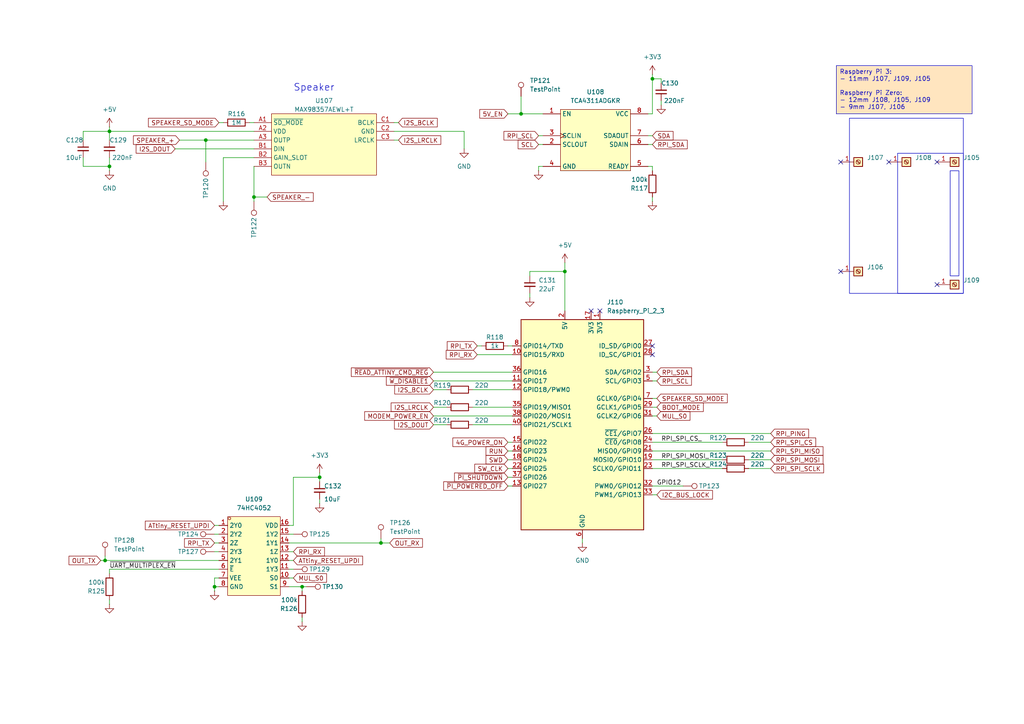
<source format=kicad_sch>
(kicad_sch (version 20231120) (generator "eeschema") (generator_version "8.0")
  (paper "A4")
  (lib_symbols
    (symbol "Connector:Screw_Terminal_01x01" (pin_names (offset 1.016) hide)
      (property "Reference" "J" (at 0 2.54 0))
      (property "Value" "Screw_Terminal_01x01" (at 0 -2.54 0))
      (symbol "Screw_Terminal_01x01_1_1"
        (rectangle (start -1.27 1.27) (end 1.27 -1.27) (stroke (width 0.254)) (fill (type background)))
        (polyline (pts (xy -0.5334 0.3302) (xy 0.3302 -0.508)) (stroke (width 0.1524)))
        (polyline (pts (xy -0.3556 0.508) (xy 0.508 -0.3302)) (stroke (width 0.1524)))
        (circle (center 0 0) (radius 0.635) (stroke (width 0.1524)))
        (pin passive line (at -5.08 0 0) (length 3.81) (name "Pin_1") (number "1"))
      )
    )
    (symbol "Connector:TestPoint" (pin_numbers hide) (pin_names (offset 0.762) hide)
      (property "Reference" "TP" (at 0 6.858 0))
      (property "Value" "TestPoint" (at 0 5.08 0))
      (symbol "TestPoint_0_1"
        (circle (center 0 3.302) (radius 0.762))
      )
      (symbol "TestPoint_1_1"
        (pin passive line (at 0 0 90) (length 2.54) (name "1") (number "1"))
      )
    )
    (symbol "Device:C_Small" (pin_numbers hide) (pin_names (offset 0.254) hide)
      (property "Reference" "C" (at 0.254 1.778 0))
      (property "Value" "C_Small" (at 0.254 -2.032 0))
      (symbol "C_Small_0_1"
        (polyline (pts (xy -1.524 -0.508) (xy 1.524 -0.508)) (stroke (width 0.3302)))
        (polyline (pts (xy -1.524 0.508) (xy 1.524 0.508)) (stroke (width 0.3048)))
      )
      (symbol "C_Small_1_1"
        (pin passive line (at 0 2.54 270) (length 2.032) (name "~") (number "1"))
        (pin passive line (at 0 -2.54 90) (length 2.032) (name "~") (number "2"))
      )
    )
    (symbol "Device:R" (pin_numbers hide) (pin_names (offset 0))
      (property "Reference" "R" (at 2.032 0 90))
      (property "Value" "R" (at 0 0 90))
      (symbol "R_0_1"
        (rectangle (start -1.016 -2.54) (end 1.016 2.54) (stroke (width 0.254)))
      )
      (symbol "R_1_1"
        (pin passive line (at 0 3.81 270) (length 1.27) (name "~") (number "1"))
        (pin passive line (at 0 -3.81 90) (length 1.27) (name "~") (number "2"))
      )
    )
    (symbol "cacophony-library:74HC4052"
      (property "Reference" "U" (at 0 13.97 0))
      (property "Value" "74HC4052" (at 0 -13.97 0))
      (symbol "74HC4052_0_1"
        (rectangle (start -7.62 11.43) (end 7.62 -11.43) (fill (type background)))
        (circle (center -7.11 10.92) (radius 0.38))
        (pin unspecified line (at 10.16 8.89 180) (length 2.54) (name "VDD") (number "16"))
        (pin unspecified line (at -10.16 -3.81 0) (length 2.54) (name "~{E}") (number "6"))
        (pin unspecified line (at -10.16 -6.35 0) (length 2.54) (name "VEE") (number "7"))
      )
      (symbol "74HC4052_1_1"
        (pin passive line (at -10.16 8.89 0) (length 2.54) (name "2Y0") (number "1"))
        (pin unspecified line (at 10.16 -6.35 180) (length 2.54) (name "S0") (number "10"))
        (pin unspecified line (at 10.16 -3.81 180) (length 2.54) (name "1Y3") (number "11"))
        (pin unspecified line (at 10.16 -1.27 180) (length 2.54) (name "1Y0") (number "12"))
        (pin unspecified line (at 10.16 1.27 180) (length 2.54) (name "1Z") (number "13"))
        (pin unspecified line (at 10.16 3.81 180) (length 2.54) (name "1Y1") (number "14"))
        (pin unspecified line (at 10.16 6.35 180) (length 2.54) (name "1Y2") (number "15"))
        (pin unspecified line (at -10.16 6.35 0) (length 2.54) (name "2Y2") (number "2"))
        (pin unspecified line (at -10.16 3.81 0) (length 2.54) (name "2Z") (number "3"))
        (pin unspecified line (at -10.16 1.27 0) (length 2.54) (name "2Y3") (number "4"))
        (pin unspecified line (at -10.16 -1.27 0) (length 2.54) (name "2Y1") (number "5"))
        (pin unspecified line (at -10.16 -8.89 0) (length 2.54) (name "GND") (number "8"))
        (pin unspecified line (at 10.16 -8.89 180) (length 2.54) (name "S1") (number "9"))
      )
    )
    (symbol "cacophony-library:MAX98357AEWL+T"
      (property "Reference" "U" (at 0 10.16 0))
      (property "Value" "MAX98357AEWL+T" (at 0 -12.7 0))
      (symbol "MAX98357AEWL+T_0_1"
        (rectangle (start -15.24 7.62) (end 15.24 -10.16) (fill (type background)))
        (pin unspecified line (at -20.32 2.54 0) (length 5.08) (name "VDD") (number "A2"))
        (pin unspecified line (at -20.32 0 0) (length 5.08) (name "OUTP") (number "A3"))
        (pin unspecified line (at -20.32 -2.54 0) (length 5.08) (name "DIN") (number "B1"))
        (pin unspecified line (at -20.32 -5.08 0) (length 5.08) (name "GAIN_SLOT") (number "B2"))
        (pin unspecified line (at -20.32 -7.62 0) (length 5.08) (name "OUTN") (number "B3"))
        (pin unspecified line (at 20.32 5.08 180) (length 5.08) (name "BCLK") (number "C1"))
        (pin unspecified line (at 20.32 2.54 180) (length 5.08) (name "GND") (number "C2"))
        (pin unspecified line (at 20.32 0 180) (length 5.08) (name "LRCLK") (number "C3"))
      )
      (symbol "MAX98357AEWL+T_1_1"
        (pin unspecified line (at -20.32 5.08 0) (length 5.08) (name "~{SD_MODE}") (number "A1"))
      )
    )
    (symbol "cacophony-library:Raspberry_Pi_2_3"
      (property "Reference" "J" (at -17.78 31.75 0))
      (property "Value" "Raspberry_Pi_2_3" (at 10.16 -31.75 0))
      (symbol "Raspberry_Pi_2_3_0_1"
        (rectangle (start -17.78 30.48) (end 17.78 -30.48) (stroke (width 0.254)) (fill (type background)))
      )
      (symbol "Raspberry_Pi_2_3_1_1"
        (pin power_in line (at 5.08 33.02 270) (length 2.54) (name "3V3") (number "1"))
        (pin bidirectional line (at -20.32 20.32 0) (length 2.54) (name "GPIO15/RXD") (number "10"))
        (pin bidirectional line (at -20.32 12.7 0) (length 2.54) (name "GPIO17") (number "11"))
        (pin bidirectional line (at -20.32 10.16 0) (length 2.54) (name "GPIO18/PWM0") (number "12"))
        (pin bidirectional line (at -20.32 -17.78 0) (length 2.54) (name "GPIO27") (number "13"))
        (pin passive line (at 0 -33.02 90) (length 2.54) hide (name "GND") (number "14"))
        (pin bidirectional line (at -20.32 -5.08 0) (length 2.54) (name "GPIO22") (number "15"))
        (pin bidirectional line (at -20.32 -7.62 0) (length 2.54) (name "GPIO23") (number "16"))
        (pin passive line (at 2.54 33.02 270) (length 2.54) (name "3V3") (number "17"))
        (pin bidirectional line (at -20.32 -10.16 0) (length 2.54) (name "GPIO24") (number "18"))
        (pin bidirectional line (at 20.32 -10.16 180) (length 2.54) (name "MOSI0/GPIO10") (number "19"))
        (pin power_in line (at -5.08 33.02 270) (length 2.54) (name "5V") (number "2"))
        (pin passive line (at 0 -33.02 90) (length 2.54) hide (name "GND") (number "20"))
        (pin bidirectional line (at 20.32 -7.62 180) (length 2.54) (name "MISO0/GPIO9") (number "21"))
        (pin bidirectional line (at -20.32 -12.7 0) (length 2.54) (name "GPIO25") (number "22"))
        (pin bidirectional line (at 20.32 -12.7 180) (length 2.54) (name "SCLK0/GPIO11") (number "23"))
        (pin bidirectional line (at 20.32 -5.08 180) (length 2.54) (name "~{CE0}/GPIO8") (number "24"))
        (pin passive line (at 0 -33.02 90) (length 2.54) hide (name "GND") (number "25"))
        (pin bidirectional line (at 20.32 -2.54 180) (length 2.54) (name "~{CE1}/GPIO7") (number "26"))
        (pin bidirectional line (at 20.32 22.86 180) (length 2.54) (name "ID_SD/GPIO0") (number "27"))
        (pin bidirectional line (at 20.32 20.32 180) (length 2.54) (name "ID_SC/GPIO1") (number "28"))
        (pin bidirectional line (at 20.32 5.08 180) (length 2.54) (name "GCLK1/GPIO5") (number "29"))
        (pin bidirectional line (at 20.32 15.24 180) (length 2.54) (name "SDA/GPIO2") (number "3"))
        (pin passive line (at 0 -33.02 90) (length 2.54) hide (name "GND") (number "30"))
        (pin bidirectional line (at 20.32 2.54 180) (length 2.54) (name "GCLK2/GPIO6") (number "31"))
        (pin bidirectional line (at 20.32 -17.78 180) (length 2.54) (name "PWM0/GPIO12") (number "32"))
        (pin bidirectional line (at 20.32 -20.32 180) (length 2.54) (name "PWM1/GPIO13") (number "33"))
        (pin passive line (at 0 -33.02 90) (length 2.54) hide (name "GND") (number "34"))
        (pin bidirectional line (at -20.32 5.08 0) (length 2.54) (name "GPIO19/MISO1") (number "35"))
        (pin bidirectional line (at -20.32 15.24 0) (length 2.54) (name "GPIO16") (number "36"))
        (pin bidirectional line (at -20.32 -15.24 0) (length 2.54) (name "GPIO26") (number "37"))
        (pin bidirectional line (at -20.32 2.54 0) (length 2.54) (name "GPIO20/MOSI1") (number "38"))
        (pin passive line (at 0 -33.02 90) (length 2.54) hide (name "GND") (number "39"))
        (pin passive line (at -5.08 33.02 270) (length 2.54) hide (name "5V") (number "4"))
        (pin bidirectional line (at -20.32 0 0) (length 2.54) (name "GPIO21/SCLK1") (number "40"))
        (pin bidirectional line (at 20.32 12.7 180) (length 2.54) (name "SCL/GPIO3") (number "5"))
        (pin power_in line (at 0 -33.02 90) (length 2.54) (name "GND") (number "6"))
        (pin bidirectional line (at 20.32 7.62 180) (length 2.54) (name "GCLK0/GPIO4") (number "7"))
        (pin bidirectional line (at -20.32 22.86 0) (length 2.54) (name "GPIO14/TXD") (number "8"))
        (pin passive line (at 0 -33.02 90) (length 2.54) hide (name "GND") (number "9"))
      )
    )
    (symbol "cacophony-library:TCA4311ADGKR"
      (property "Reference" "U" (at 0 11.43 0))
      (property "Value" "TCA4311ADGKR" (at 0 -11.43 0))
      (symbol "TCA4311ADGKR_0_1"
        (rectangle (start -10.16 8.89) (end 10.16 -8.89) (fill (type background)))
        (pin unspecified line (at -15.24 7.62 0) (length 5.08) (name "EN") (number "1"))
        (pin unspecified line (at -15.24 -1.27 0) (length 5.08) (name "SCLOUT") (number "2"))
        (pin unspecified clock (at -15.24 1.27 0) (length 5.08) (name "SCLIN") (number "3"))
        (pin power_in line (at -15.24 -7.62 0) (length 5.08) (name "GND") (number "4"))
        (pin unspecified line (at 15.24 -7.62 180) (length 5.08) (name "READY") (number "5"))
        (pin unspecified line (at 15.24 -1.27 180) (length 5.08) (name "SDAIN") (number "6"))
        (pin unspecified line (at 15.24 1.27 180) (length 5.08) (name "SDAOUT") (number "7"))
        (pin power_in line (at 15.24 7.62 180) (length 5.08) (name "VCC") (number "8"))
      )
    )
    (symbol "power:+3V3" (power) (pin_numbers hide) (pin_names (offset 0) hide)
      (property "Value" "+3V3" (at 0 3.556 0))
      (symbol "+3V3_0_1"
        (polyline (pts (xy -0.762 1.27) (xy 0 2.54)))
        (polyline (pts (xy 0 0) (xy 0 2.54)))
        (polyline (pts (xy 0 2.54) (xy 0.762 1.27)))
      )
      (symbol "+3V3_1_1"
        (pin power_in line (at 0 0 90) (length 0) (name "~") (number "1"))
      )
    )
    (symbol "power:+5V" (power) (pin_numbers hide) (pin_names (offset 0) hide)
      (property "Value" "+5V" (at 0 3.556 0))
      (symbol "+5V_0_1"
        (polyline (pts (xy -0.762 1.27) (xy 0 2.54)))
        (polyline (pts (xy 0 0) (xy 0 2.54)))
        (polyline (pts (xy 0 2.54) (xy 0.762 1.27)))
      )
      (symbol "+5V_1_1"
        (pin power_in line (at 0 0 90) (length 0) (name "~") (number "1"))
      )
    )
    (symbol "power:GND" (power) (pin_numbers hide) (pin_names (offset 0) hide)
      (property "Value" "GND" (at 0 -3.81 0))
      (symbol "GND_0_1"
        (polyline (pts (xy 0 0) (xy 0 -1.27) (xy 1.27 -1.27) (xy 0 -2.54) (xy -1.27 -1.27) (xy 0 -1.27)))
      )
      (symbol "GND_1_1"
        (pin power_in line (at 0 0 270) (length 0) (name "~") (number "1"))
      )
    )
  )
  (junction (at 151.13 33.02))
  (junction (at 110.49 157.48))
  (junction (at 62.23 170.18))
  (junction (at 87.63 170.18))
  (junction (at 92.71 138.43))
  (junction (at 31.75 48.26))
  (junction (at 73.66 57.15))
  (junction (at 31.75 38.1))
  (junction (at 189.23 22.86))
  (junction (at 59.69 40.64))
  (junction (at 30.48 162.56))
  (junction (at 163.83 78.74))
  (no_connect (at 271.78 82.55))
  (no_connect (at 257.81 46.99))
  (no_connect (at 189.23 102.87))
  (no_connect (at 243.84 46.99))
  (no_connect (at 173.99 90.17))
  (no_connect (at 271.78 46.99))
  (no_connect (at 243.84 78.74))
  (no_connect (at 171.45 90.17))
  (no_connect (at 189.23 100.33))
  (wire (pts (xy 73.66 57.15) (xy 73.66 48.26)))
  (wire (pts (xy 62.23 152.4) (xy 63.5 152.4)))
  (wire (pts (xy 62.23 167.64) (xy 63.5 167.64)))
  (wire (pts (xy 31.75 48.26) (xy 31.75 45.72)))
  (wire (pts (xy 92.71 144.78) (xy 92.71 146.05)))
  (wire (pts (xy 189.23 115.57) (xy 190.5 115.57)))
  (wire (pts (xy 64.77 45.72) (xy 73.66 45.72)))
  (wire (pts (xy 31.75 173.99) (xy 31.75 175.26)))
  (wire (pts (xy 125.73 113.03) (xy 129.54 113.03)))
  (wire (pts (xy 137.16 123.19) (xy 148.59 123.19)))
  (wire (pts (xy 156.21 41.91) (xy 157.48 41.91)))
  (wire (pts (xy 31.75 165.1) (xy 63.5 165.1)))
  (wire (pts (xy 24.13 38.1) (xy 31.75 38.1)))
  (wire (pts (xy 189.23 135.89) (xy 209.55 135.89)))
  (wire (pts (xy 157.48 48.26) (xy 156.21 48.26)))
  (wire (pts (xy 73.66 57.15) (xy 73.66 58.42)))
  (wire (pts (xy 134.62 38.1) (xy 134.62 43.18)))
  (wire (pts (xy 62.23 160.02) (xy 63.5 160.02)))
  (wire (pts (xy 168.91 156.21) (xy 168.91 157.48)))
  (wire (pts (xy 125.73 107.95) (xy 148.59 107.95)))
  (wire (pts (xy 147.32 138.43) (xy 148.59 138.43)))
  (wire (pts (xy 114.3 35.56) (xy 115.57 35.56)))
  (wire (pts (xy 85.09 152.4) (xy 83.82 152.4)))
  (wire (pts (xy 147.32 130.81) (xy 148.59 130.81)))
  (wire (pts (xy 189.23 107.95) (xy 190.5 107.95)))
  (wire (pts (xy 83.82 160.02) (xy 85.09 160.02)))
  (wire (pts (xy 156.21 48.26) (xy 156.21 49.53)))
  (wire (pts (xy 125.73 110.49) (xy 148.59 110.49)))
  (wire (pts (xy 87.63 170.18) (xy 87.63 171.45)))
  (wire (pts (xy 147.32 33.02) (xy 151.13 33.02)))
  (wire (pts (xy 83.82 154.94) (xy 85.09 154.94)))
  (wire (pts (xy 30.48 162.56) (xy 63.5 162.56)))
  (wire (pts (xy 110.49 156.21) (xy 110.49 157.48)))
  (wire (pts (xy 151.13 27.94) (xy 151.13 33.02)))
  (wire (pts (xy 189.23 57.15) (xy 189.23 58.42)))
  (wire (pts (xy 85.09 138.43) (xy 92.71 138.43)))
  (wire (pts (xy 187.96 48.26) (xy 189.23 48.26)))
  (wire (pts (xy 110.49 157.48) (xy 113.03 157.48)))
  (wire (pts (xy 83.82 162.56) (xy 85.09 162.56)))
  (wire (pts (xy 92.71 138.43) (xy 92.71 139.7)))
  (wire (pts (xy 189.23 118.11) (xy 190.5 118.11)))
  (wire (pts (xy 189.23 41.91) (xy 187.96 41.91)))
  (wire (pts (xy 62.23 170.18) (xy 62.23 167.64)))
  (wire (pts (xy 87.63 179.07) (xy 87.63 180.34)))
  (wire (pts (xy 147.32 135.89) (xy 148.59 135.89)))
  (wire (pts (xy 62.23 157.48) (xy 63.5 157.48)))
  (wire (pts (xy 189.23 128.27) (xy 209.55 128.27)))
  (wire (pts (xy 138.43 102.87) (xy 148.59 102.87)))
  (wire (pts (xy 189.23 39.37) (xy 187.96 39.37)))
  (wire (pts (xy 153.67 78.74) (xy 163.83 78.74)))
  (wire (pts (xy 147.32 133.35) (xy 148.59 133.35)))
  (wire (pts (xy 30.48 161.29) (xy 30.48 162.56)))
  (wire (pts (xy 62.23 154.94) (xy 63.5 154.94)))
  (wire (pts (xy 72.39 35.56) (xy 73.66 35.56)))
  (wire (pts (xy 217.17 128.27) (xy 223.52 128.27)))
  (wire (pts (xy 189.23 140.97) (xy 198.12 140.97)))
  (wire (pts (xy 138.43 100.33) (xy 139.7 100.33)))
  (wire (pts (xy 163.83 76.2) (xy 163.83 78.74)))
  (wire (pts (xy 189.23 21.59) (xy 189.23 22.86)))
  (wire (pts (xy 189.23 125.73) (xy 223.52 125.73)))
  (wire (pts (xy 147.32 140.97) (xy 148.59 140.97)))
  (wire (pts (xy 163.83 78.74) (xy 163.83 90.17)))
  (wire (pts (xy 62.23 170.18) (xy 63.5 170.18)))
  (wire (pts (xy 137.16 118.11) (xy 148.59 118.11)))
  (wire (pts (xy 24.13 40.64) (xy 24.13 38.1)))
  (wire (pts (xy 189.23 48.26) (xy 189.23 49.53)))
  (wire (pts (xy 156.21 39.37) (xy 157.48 39.37)))
  (wire (pts (xy 87.63 170.18) (xy 88.9 170.18)))
  (wire (pts (xy 114.3 38.1) (xy 134.62 38.1)))
  (wire (pts (xy 147.32 100.33) (xy 148.59 100.33)))
  (wire (pts (xy 85.09 138.43) (xy 85.09 152.4)))
  (wire (pts (xy 189.23 130.81) (xy 223.52 130.81)))
  (wire (pts (xy 191.77 29.21) (xy 191.77 30.48)))
  (wire (pts (xy 31.75 38.1) (xy 31.75 40.64)))
  (wire (pts (xy 189.23 143.51) (xy 190.5 143.51)))
  (wire (pts (xy 115.57 40.64) (xy 114.3 40.64)))
  (wire (pts (xy 50.8 43.18) (xy 73.66 43.18)))
  (wire (pts (xy 83.82 167.64) (xy 85.09 167.64)))
  (wire (pts (xy 59.69 40.64) (xy 59.69 46.99)))
  (wire (pts (xy 24.13 48.26) (xy 31.75 48.26)))
  (wire (pts (xy 189.23 22.86) (xy 191.77 22.86)))
  (wire (pts (xy 153.67 85.09) (xy 153.67 86.36)))
  (wire (pts (xy 59.69 40.64) (xy 73.66 40.64)))
  (wire (pts (xy 189.23 120.65) (xy 190.5 120.65)))
  (wire (pts (xy 217.17 133.35) (xy 223.52 133.35)))
  (wire (pts (xy 29.21 162.56) (xy 30.48 162.56)))
  (wire (pts (xy 153.67 80.01) (xy 153.67 78.74)))
  (wire (pts (xy 189.23 33.02) (xy 187.96 33.02)))
  (wire (pts (xy 83.82 165.1) (xy 85.09 165.1)))
  (wire (pts (xy 77.47 57.15) (xy 73.66 57.15)))
  (wire (pts (xy 147.32 128.27) (xy 148.59 128.27)))
  (wire (pts (xy 31.75 165.1) (xy 31.75 166.37)))
  (wire (pts (xy 31.75 36.83) (xy 31.75 38.1)))
  (wire (pts (xy 62.23 171.45) (xy 62.23 170.18)))
  (wire (pts (xy 64.77 45.72) (xy 64.77 58.42)))
  (wire (pts (xy 151.13 33.02) (xy 157.48 33.02)))
  (wire (pts (xy 125.73 118.11) (xy 129.54 118.11)))
  (wire (pts (xy 217.17 135.89) (xy 223.52 135.89)))
  (wire (pts (xy 31.75 38.1) (xy 73.66 38.1)))
  (wire (pts (xy 189.23 133.35) (xy 209.55 133.35)))
  (wire (pts (xy 189.23 22.86) (xy 189.23 33.02)))
  (wire (pts (xy 83.82 157.48) (xy 110.49 157.48)))
  (wire (pts (xy 92.71 137.16) (xy 92.71 138.43)))
  (wire (pts (xy 189.23 110.49) (xy 190.5 110.49)))
  (wire (pts (xy 125.73 120.65) (xy 148.59 120.65)))
  (wire (pts (xy 137.16 113.03) (xy 148.59 113.03)))
  (wire (pts (xy 83.82 170.18) (xy 87.63 170.18)))
  (wire (pts (xy 191.77 24.13) (xy 191.77 22.86)))
  (wire (pts (xy 31.75 48.26) (xy 31.75 49.53)))
  (wire (pts (xy 125.73 123.19) (xy 129.54 123.19)))
  (wire (pts (xy 63.5 35.56) (xy 64.77 35.56)))
  (wire (pts (xy 24.13 45.72) (xy 24.13 48.26)))
  (wire (pts (xy 52.07 40.64) (xy 59.69 40.64)))
  (rectangle (start 275.59 49.53) (end 278.13 80.01))
  (rectangle (start 260.35 44.45) (end 279.4 85.09))
  (rectangle (start 246.38 34.29) (end 279.4 85.09))
  (text_box "Raspberry Pi 3:\n- 11mm J107, J109, J105\n\nRaspberry Pi Zero:\n- 12mm J108, J105, J109\n- 9mm J107, J106" (at 242.57 19.05 0) (size 39.37 13.97) (fill (type color) (color 255 229 191 1)) (effects (font (size 1.27 1.27)) (justify left top)))
  (text "Speaker" (at 85.09 26.67 0) (effects (font (size 2 2)) (justify left bottom)))
  (label "GPIO12" (at 190.5 140.97 0))
  (label "RPI_SPI_SCLK_" (at 191.77 135.89 0))
  (label "RPI_SPI_CS_" (at 191.77 128.27 0))
  (label "~{UART_MULTIPLEX_EN}" (at 31.75 165.1 0))
  (label "RPI_SPI_MOSI_" (at 191.77 133.35 0))
  (global_label "MUL_S0" (shape input) (at 85.09 167.64 0) (property "Intersheetrefs" "${INTERSHEET_REFS}" (effects (hide yes))))
  (global_label "RPI_SPI_SCLK" (shape input) (at 223.52 135.89 0) (property "Intersheetrefs" "${INTERSHEET_REFS}" (effects (hide yes))))
  (global_label "RPI_SPI_MISO" (shape input) (at 223.52 130.81 0) (property "Intersheetrefs" "${INTERSHEET_REFS}" (effects (hide yes))))
  (global_label "RPI_TX" (shape input) (at 62.23 157.48 180) (property "Intersheetrefs" "${INTERSHEET_REFS}" (effects (hide yes))))
  (global_label "I2S_DOUT" (shape input) (at 125.73 123.19 180) (property "Intersheetrefs" "${INTERSHEET_REFS}" (effects (hide yes))))
  (global_label "BOOT_MODE" (shape input) (at 190.5 118.11 0) (property "Intersheetrefs" "${INTERSHEET_REFS}" (effects (hide yes))))
  (global_label "RPI_SCL" (shape input) (at 156.21 39.37 180) (property "Intersheetrefs" "${INTERSHEET_REFS}" (effects (hide yes))))
  (global_label "SWD" (shape input) (at 147.32 133.35 180) (property "Intersheetrefs" "${INTERSHEET_REFS}" (effects (hide yes))))
  (global_label "RPI_SDA" (shape input) (at 189.23 41.91 0) (property "Intersheetrefs" "${INTERSHEET_REFS}" (effects (hide yes))))
  (global_label "RPI_SCL" (shape input) (at 190.5 110.49 0) (property "Intersheetrefs" "${INTERSHEET_REFS}" (effects (hide yes))))
  (global_label "I2S_DOUT" (shape input) (at 50.8 43.18 180) (property "Intersheetrefs" "${INTERSHEET_REFS}" (effects (hide yes))))
  (global_label "SPEAKER_-" (shape input) (at 77.47 57.15 0) (property "Intersheetrefs" "${INTERSHEET_REFS}" (effects (hide yes))))
  (global_label "MODEM_POWER_EN" (shape input) (at 125.73 120.65 180) (property "Intersheetrefs" "${INTERSHEET_REFS}" (effects (hide yes))))
  (global_label "OUT_RX" (shape input) (at 113.03 157.48 0) (property "Intersheetrefs" "${INTERSHEET_REFS}" (effects (hide yes))))
  (global_label "SPEAKER_+" (shape input) (at 52.07 40.64 180) (property "Intersheetrefs" "${INTERSHEET_REFS}" (effects (hide yes))))
  (global_label "~{PI_POWERED_OFF}" (shape input) (at 147.32 140.97 180) (property "Intersheetrefs" "${INTERSHEET_REFS}" (effects (hide yes))))
  (global_label "RPI_RX" (shape input) (at 85.09 160.02 0) (property "Intersheetrefs" "${INTERSHEET_REFS}" (effects (hide yes))))
  (global_label "I2S_LRCLK" (shape input) (at 115.57 40.64 0) (property "Intersheetrefs" "${INTERSHEET_REFS}" (effects (hide yes))))
  (global_label "~{READ_ATTINY_CMD_REG}" (shape input) (at 125.73 107.95 180) (property "Intersheetrefs" "${INTERSHEET_REFS}" (effects (hide yes))))
  (global_label "4G_POWER_ON" (shape input) (at 147.32 128.27 180) (property "Intersheetrefs" "${INTERSHEET_REFS}" (effects (hide yes))))
  (global_label "SPEAKER_SD_MODE" (shape input) (at 63.5 35.56 180) (property "Intersheetrefs" "${INTERSHEET_REFS}" (effects (hide yes))))
  (global_label "5V_EN" (shape input) (at 147.32 33.02 180) (property "Intersheetrefs" "${INTERSHEET_REFS}" (effects (hide yes))))
  (global_label "OUT_TX" (shape input) (at 29.21 162.56 180) (property "Intersheetrefs" "${INTERSHEET_REFS}" (effects (hide yes))))
  (global_label "SW_CLK" (shape input) (at 147.32 135.89 180) (property "Intersheetrefs" "${INTERSHEET_REFS}" (effects (hide yes))))
  (global_label "ATtiny_RESET_UPDI" (shape input) (at 85.09 162.56 0) (property "Intersheetrefs" "${INTERSHEET_REFS}" (effects (hide yes))))
  (global_label "ATtiny_RESET_UPDI" (shape input) (at 62.23 152.4 180) (property "Intersheetrefs" "${INTERSHEET_REFS}" (effects (hide yes))))
  (global_label "I2S_BCLK" (shape input) (at 125.73 113.03 180) (property "Intersheetrefs" "${INTERSHEET_REFS}" (effects (hide yes))))
  (global_label "SDA" (shape input) (at 189.23 39.37 0) (property "Intersheetrefs" "${INTERSHEET_REFS}" (effects (hide yes))))
  (global_label "RUN" (shape input) (at 147.32 130.81 180) (property "Intersheetrefs" "${INTERSHEET_REFS}" (effects (hide yes))))
  (global_label "SPEAKER_SD_MODE" (shape input) (at 190.5 115.57 0) (property "Intersheetrefs" "${INTERSHEET_REFS}" (effects (hide yes))))
  (global_label "RPI_SDA" (shape input) (at 190.5 107.95 0) (property "Intersheetrefs" "${INTERSHEET_REFS}" (effects (hide yes))))
  (global_label "RPI_RX" (shape input) (at 138.43 102.87 180) (property "Intersheetrefs" "${INTERSHEET_REFS}" (effects (hide yes))))
  (global_label "RPI_PING" (shape input) (at 223.52 125.73 0) (property "Intersheetrefs" "${INTERSHEET_REFS}" (effects (hide yes))))
  (global_label "I2S_LRCLK" (shape input) (at 125.73 118.11 180) (property "Intersheetrefs" "${INTERSHEET_REFS}" (effects (hide yes))))
  (global_label "RPI_SPI_CS" (shape input) (at 223.52 128.27 0) (property "Intersheetrefs" "${INTERSHEET_REFS}" (effects (hide yes))))
  (global_label "RPI_TX" (shape input) (at 138.43 100.33 180) (property "Intersheetrefs" "${INTERSHEET_REFS}" (effects (hide yes))))
  (global_label "SCL" (shape input) (at 156.21 41.91 180) (property "Intersheetrefs" "${INTERSHEET_REFS}" (effects (hide yes))))
  (global_label "I2C_BUS_LOCK" (shape input) (at 190.5 143.51 0) (property "Intersheetrefs" "${INTERSHEET_REFS}" (effects (hide yes))))
  (global_label "MUL_S0" (shape input) (at 190.5 120.65 0) (property "Intersheetrefs" "${INTERSHEET_REFS}" (effects (hide yes))))
  (global_label "~{PI_SHUTDOWN}" (shape input) (at 147.32 138.43 180) (property "Intersheetrefs" "${INTERSHEET_REFS}" (effects (hide yes))))
  (global_label "RPI_SPI_MOSI" (shape input) (at 223.52 133.35 0) (property "Intersheetrefs" "${INTERSHEET_REFS}" (effects (hide yes))))
  (global_label "~{W_DISABLE1}" (shape input) (at 125.73 110.49 180) (property "Intersheetrefs" "${INTERSHEET_REFS}" (effects (hide yes))))
  (global_label "I2S_BCLK" (shape input) (at 115.57 35.56 0) (property "Intersheetrefs" "${INTERSHEET_REFS}" (effects (hide yes))))
  (symbol (lib_id "power:+5V") (at 31.75 36.83 0) (unit 1)
    (property "Reference" "#PWR0156" (effects (hide yes)))
    (property "Value" "+5V" (at 31.75 31.75 0))
    (property "Description" "Power symbol creates a global label with name \"+5V\"" (effects (hide yes)))
    (instances (project "tc2-main-pcb" (path "" (reference "#PWR0156") (unit 1))) (project "thermal-camera-v2" (path "" (reference "#PWR0117") (unit 1))))
  )
  (symbol (lib_id "cacophony-library:MAX98357AEWL+T") (at 93.98 40.64 0) (unit 1)
    (property "Reference" "U107" (at 93.98 29.21 0))
    (property "Value" "MAX98357AEWL+T" (at 93.98 31.75 0))
    (property "Footprint" "cacophony-library:WLP-9_L1.4-W1.3-P0.40-R3-C3-BR" (effects (hide yes)))
    (property "Manufacturer" "ADI(亚德诺)" (effects (hide yes)))
    (property "JLC Part" "Extended Part" (effects (hide yes)))
    (property "LCSC" "C2682619 " (effects (hide yes)))
  )
  (symbol (lib_id "Connector:TestPoint") (at 30.48 161.29 0) (unit 1) (in_bom no)
    (property "Reference" "TP128" (at 33.02 156.7179 0) (effects (justify left)))
    (property "Value" "TestPoint" (at 33.02 159.2579 0) (effects (justify left)))
    (property "Footprint" "TestPoint:TestPoint_Pad_D1.0mm" (effects (hide yes)))
    (property "Description" "test point" (effects (hide yes)))
  )
  (symbol (lib_id "Connector:Screw_Terminal_01x01") (at 276.86 82.55 0) (unit 1)
    (property "Reference" "J109" (at 279.4 81.28 0) (effects (justify left)))
    (property "Value" "Screw_Terminal_01x01" (effects (hide yes)))
    (property "Footprint" "cacophony-library:smd_nut_SMTSO25" (effects (hide yes)))
    (property "Description" "Generic screw terminal, single row, 01x01, script generated (kicad-library-utils/schlib/autogen/connector/)" (effects (hide yes)))
    (property "LCSC" "C2915630" (effects (hide yes)))
  )
  (symbol (lib_id "Device:R") (at 133.35 123.19 90) (unit 1)
    (property "Reference" "R121" (at 128.27 121.92 90))
    (property "Value" "22Ω" (at 139.7 121.92 90))
    (property "Footprint" "Resistor_SMD:R_0402_1005Metric" (effects (hide yes)))
    (property "LCSC" "C25092" (effects (hide yes)))
    (instances (project "tc2-main-pcb" (path "" (reference "R121") (unit 1))) (project "thermal-camera-v2" (path "" (reference "R26") (unit 1))))
  )
  (symbol (lib_id "Device:C_Small") (at 191.77 26.67 180) (unit 1)
    (property "Reference" "C130" (at 194.31 24.13 0))
    (property "Value" "220nF" (at 195.58 29.21 0))
    (property "Footprint" "Capacitor_SMD:C_0402_1005Metric" (effects (hide yes)))
    (property "LCSC" "C16772" (effects (hide yes)))
  )
  (symbol (lib_id "Device:R") (at 189.23 53.34 180) (unit 1)
    (property "Reference" "R117" (at 187.96 54.61 0) (effects (justify left)))
    (property "Value" "100k" (at 187.96 52.07 0) (effects (justify left)))
    (property "Footprint" "Resistor_SMD:R_0402_1005Metric" (effects (hide yes)))
    (property "LCSC" "C25741" (effects (hide yes)))
  )
  (symbol (lib_id "Connector:TestPoint") (at 59.69 46.99 180) (unit 1) (in_bom no)
    (property "Reference" "TP120" (at 59.69 54.61 90))
    (property "Value" "TestPoint" (effects (hide yes)))
    (property "Footprint" "cacophony-library:TP" (effects (hide yes)))
  )
  (symbol (lib_id "power:GND") (at 64.77 58.42 0) (unit 1)
    (property "Reference" "#PWR0161" (effects (hide yes)))
    (property "Value" "GND" (effects (hide yes)))
    (property "Description" "Power symbol creates a global label with name \"GND\" , ground" (effects (hide yes)))
    (instances (project "tc2-main-pcb" (path "" (reference "#PWR0161") (unit 1))) (project "thermal-camera-v2" (path "" (reference "#PWR0106") (unit 1))))
  )
  (symbol (lib_id "power:GND") (at 156.21 49.53 0) (unit 1)
    (property "Reference" "#PWR0162" (effects (hide yes)))
    (property "Value" "GND" (effects (hide yes)))
    (property "Description" "Power symbol creates a global label with name \"GND\" , ground" (effects (hide yes)))
  )
  (symbol (lib_id "Device:R") (at 143.51 100.33 270) (unit 1)
    (property "Reference" "R118" (at 143.51 97.79 90))
    (property "Value" "1k" (at 143.51 100.33 90))
    (property "Footprint" "Resistor_SMD:R_0402_1005Metric" (effects (hide yes)))
    (property "LCSC" "C11702" (effects (hide yes)))
  )
  (symbol (lib_id "cacophony-library:TCA4311ADGKR") (at 172.72 40.64 0) (unit 1)
    (property "Reference" "U108" (at 172.72 26.67 0))
    (property "Value" "TCA4311ADGKR" (at 172.72 29.21 0))
    (property "Footprint" "Package_SO:MSOP-8_3x3mm_P0.65mm" (effects (hide yes)))
    (property "Datasheet" "https://lcsc.com/product-detail/Interface-ICs_TI_TCA4311ADGKR_TCA4311ADGKR_C130025.html" (effects (hide yes)))
    (property "LCSC" "C130025" (effects (hide yes)))
  )
  (symbol (lib_id "Connector:TestPoint") (at 151.13 27.94 0) (unit 1) (in_bom no)
    (property "Reference" "TP121" (at 153.67 23.3679 0) (effects (justify left)))
    (property "Value" "TestPoint" (at 153.67 25.9079 0) (effects (justify left)))
    (property "Footprint" "TestPoint:TestPoint_Pad_D1.0mm" (effects (hide yes)))
    (property "Description" "test point" (effects (hide yes)))
  )
  (symbol (lib_id "Device:R") (at 31.75 170.18 180) (unit 1)
    (property "Reference" "R125" (at 30.48 171.45 0) (effects (justify left)))
    (property "Value" "100k" (at 30.48 168.91 0) (effects (justify left)))
    (property "Footprint" "Resistor_SMD:R_0402_1005Metric" (effects (hide yes)))
    (property "LCSC" "C25741" (effects (hide yes)))
  )
  (symbol (lib_id "Device:R") (at 213.36 133.35 90) (unit 1)
    (property "Reference" "R123" (at 208.28 132.08 90))
    (property "Value" "22Ω" (at 219.71 132.08 90))
    (property "Footprint" "Resistor_SMD:R_0402_1005Metric" (effects (hide yes)))
    (property "LCSC" "C25092" (effects (hide yes)))
  )
  (symbol (lib_id "power:+3V3") (at 189.23 21.59 0) (unit 1)
    (property "Reference" "#PWR0157" (effects (hide yes)))
    (property "Value" "+3V3" (at 189.23 16.51 0))
    (property "Description" "Power symbol creates a global label with name \"+3V3\"" (effects (hide yes)))
  )
  (symbol (lib_id "Connector:Screw_Terminal_01x01") (at 248.92 78.74 0) (unit 1)
    (property "Reference" "J106" (at 251.46 77.47 0) (effects (justify left)))
    (property "Value" "Screw_Terminal_01x01" (effects (hide yes)))
    (property "Footprint" "cacophony-library:smd_nut_SMTSO25" (effects (hide yes)))
    (property "Description" "Generic screw terminal, single row, 01x01, script generated (kicad-library-utils/schlib/autogen/connector/)" (effects (hide yes)))
    (property "LCSC" "C2915630" (effects (hide yes)))
  )
  (symbol (lib_id "Connector:TestPoint") (at 62.23 154.94 90) (unit 1) (in_bom no)
    (property "Reference" "TP124" (at 54.61 154.94 90))
    (property "Value" "TestPoint" (effects (hide yes)))
    (property "Footprint" "cacophony-library:TP" (effects (hide yes)))
  )
  (symbol (lib_id "power:+3V3") (at 92.71 137.16 0) (unit 1)
    (property "Reference" "#PWR0166" (effects (hide yes)))
    (property "Value" "+3V3" (at 92.71 132.08 0))
    (property "Description" "Power symbol creates a global label with name \"+3V3\"" (effects (hide yes)))
  )
  (symbol (lib_id "power:GND") (at 189.23 58.42 0) (unit 1)
    (property "Reference" "#PWR0164" (effects (hide yes)))
    (property "Value" "GND" (effects (hide yes)))
    (property "Description" "Power symbol creates a global label with name \"GND\" , ground" (effects (hide yes)))
  )
  (symbol (lib_id "Device:R") (at 68.58 35.56 90) (unit 1)
    (property "Reference" "R116" (at 68.58 33.02 90))
    (property "Value" "1M" (at 68.58 35.56 90))
    (property "Footprint" "Resistor_SMD:R_0603_1608Metric" (effects (hide yes)))
    (property "LCSC" "C326730" (effects (hide yes)))
    (instances (project "tc2-main-pcb" (path "" (reference "R116") (unit 1))) (project "thermal-camera-v2" (path "" (reference "R7") (unit 1))))
  )
  (symbol (lib_id "Device:C_Small") (at 153.67 82.55 0) (unit 1)
    (property "Reference" "C131" (at 156.21 81.2862 0) (effects (justify left)))
    (property "Value" "22uF" (at 156.21 83.8262 0) (effects (justify left)))
    (property "Footprint" "Capacitor_SMD:C_0603_1608Metric" (effects (hide yes)))
    (property "LCSC" "C86295" (effects (hide yes)))
  )
  (symbol (lib_id "power:GND") (at 168.91 157.48 0) (unit 1)
    (property "Reference" "#PWR0168" (effects (hide yes)))
    (property "Value" "GND" (at 168.91 162.56 0))
    (property "Description" "Power symbol creates a global label with name \"GND\" , ground" (effects (hide yes)))
  )
  (symbol (lib_id "Connector:Screw_Terminal_01x01") (at 276.86 46.99 0) (unit 1)
    (property "Reference" "J105" (at 279.4 45.72 0) (effects (justify left)))
    (property "Value" "Screw_Terminal_01x01" (effects (hide yes)))
    (property "Footprint" "cacophony-library:smd_nut_SMTSO25" (effects (hide yes)))
    (property "Description" "Generic screw terminal, single row, 01x01, script generated (kicad-library-utils/schlib/autogen/connector/)" (effects (hide yes)))
    (property "LCSC" "C2915630" (effects (hide yes)))
  )
  (symbol (lib_id "Connector:TestPoint") (at 85.09 154.94 270) (unit 1) (in_bom no)
    (property "Reference" "TP125" (at 92.71 154.94 90))
    (property "Value" "TestPoint" (effects (hide yes)))
    (property "Footprint" "cacophony-library:TP" (effects (hide yes)))
  )
  (symbol (lib_id "Connector:TestPoint") (at 85.09 165.1 270) (unit 1) (in_bom no)
    (property "Reference" "TP129" (at 92.71 165.1 90))
    (property "Value" "TestPoint" (effects (hide yes)))
    (property "Footprint" "cacophony-library:TP" (effects (hide yes)))
  )
  (symbol (lib_id "Connector:TestPoint") (at 88.9 170.18 270) (unit 1) (in_bom no)
    (property "Reference" "TP130" (at 96.52 170.18 90))
    (property "Value" "TestPoint" (effects (hide yes)))
    (property "Footprint" "cacophony-library:TP" (effects (hide yes)))
  )
  (symbol (lib_id "power:GND") (at 92.71 146.05 0) (unit 1)
    (property "Reference" "#PWR0167" (effects (hide yes)))
    (property "Value" "GND" (effects (hide yes)))
    (property "Description" "Power symbol creates a global label with name \"GND\" , ground" (effects (hide yes)))
  )
  (symbol (lib_id "power:GND") (at 191.77 30.48 0) (unit 1)
    (property "Reference" "#PWR0160" (effects (hide yes)))
    (property "Value" "GND" (effects (hide yes)))
    (property "Description" "Power symbol creates a global label with name \"GND\" , ground" (effects (hide yes)))
  )
  (symbol (lib_id "Device:R") (at 133.35 118.11 90) (unit 1)
    (property "Reference" "R120" (at 128.27 116.84 90))
    (property "Value" "22Ω" (at 139.7 116.84 90))
    (property "Footprint" "Resistor_SMD:R_0402_1005Metric" (effects (hide yes)))
    (property "LCSC" "C25092" (effects (hide yes)))
    (instances (project "tc2-main-pcb" (path "" (reference "R120") (unit 1))) (project "thermal-camera-v2" (path "" (reference "R25") (unit 1))))
  )
  (symbol (lib_id "power:GND") (at 31.75 49.53 0) (unit 1)
    (property "Reference" "#PWR0159" (effects (hide yes)))
    (property "Value" "GND" (at 31.75 54.61 0))
    (property "Description" "Power symbol creates a global label with name \"GND\" , ground" (effects (hide yes)))
  )
  (symbol (lib_id "Connector:TestPoint") (at 198.12 140.97 270) (unit 1) (in_bom no)
    (property "Reference" "TP123" (at 205.74 140.97 90))
    (property "Value" "TestPoint" (effects (hide yes)))
    (property "Footprint" "cacophony-library:TP" (effects (hide yes)))
  )
  (symbol (lib_id "power:GND") (at 87.63 180.34 0) (unit 1)
    (property "Reference" "#PWR0171" (effects (hide yes)))
    (property "Value" "GND" (effects (hide yes)))
    (property "Description" "Power symbol creates a global label with name \"GND\" , ground" (effects (hide yes)))
  )
  (symbol (lib_id "Device:C_Small") (at 24.13 43.18 0) (unit 1)
    (property "Reference" "C128" (at 19.05 40.64 0) (effects (justify left)))
    (property "Value" "10uF" (at 19.05 45.72 0) (effects (justify left)))
    (property "Footprint" "Capacitor_SMD:C_0603_1608Metric" (effects (hide yes)))
    (property "LCSC" "C19702" (effects (hide yes)))
  )
  (symbol (lib_id "power:GND") (at 134.62 43.18 0) (unit 1)
    (property "Reference" "#PWR0158" (effects (hide yes)))
    (property "Value" "GND" (at 134.62 48.26 0))
    (property "Description" "Power symbol creates a global label with name \"GND\" , ground" (effects (hide yes)))
  )
  (symbol (lib_id "Connector:TestPoint") (at 73.66 58.42 180) (unit 1) (in_bom no)
    (property "Reference" "TP122" (at 73.66 66.04 90))
    (property "Value" "TestPoint" (effects (hide yes)))
    (property "Footprint" "cacophony-library:TP" (effects (hide yes)))
  )
  (symbol (lib_id "Connector:Screw_Terminal_01x01") (at 262.89 46.99 0) (unit 1)
    (property "Reference" "J108" (at 265.43 45.72 0) (effects (justify left)))
    (property "Value" "Screw_Terminal_01x01" (effects (hide yes)))
    (property "Footprint" "cacophony-library:smd_nut_SMTSO25" (effects (hide yes)))
    (property "Description" "Generic screw terminal, single row, 01x01, script generated (kicad-library-utils/schlib/autogen/connector/)" (effects (hide yes)))
    (property "LCSC" "C2915630" (effects (hide yes)))
  )
  (symbol (lib_id "power:GND") (at 62.23 171.45 0) (unit 1)
    (property "Reference" "#PWR0169" (effects (hide yes)))
    (property "Value" "GND" (effects (hide yes)))
    (property "Description" "Power symbol creates a global label with name \"GND\" , ground" (effects (hide yes)))
  )
  (symbol (lib_id "cacophony-library:Raspberry_Pi_2_3") (at 168.91 123.19 0) (unit 1)
    (property "Reference" "J110" (at 176.0094 87.63 0) (effects (justify left)))
    (property "Value" "Raspberry_Pi_2_3" (at 176.0094 90.17 0) (effects (justify left)))
    (property "Footprint" "cacophony-library:rpi-throughhole-socket" (effects (hide yes)))
    (property "Datasheet" "https://www.raspberrypi.org/documentation/hardware/raspberrypi/schematics/rpi_SCH_3bplus_1p0_reduced.pdf" (effects (hide yes)))
    (property "Description" "expansion header for Raspberry Pi 2 & 3" (effects (hide yes)))
    (property "LCSC" "C350295" (effects (hide yes)))
  )
  (symbol (lib_id "Connector:TestPoint") (at 62.23 160.02 90) (unit 1) (in_bom no)
    (property "Reference" "TP127" (at 54.61 160.02 90))
    (property "Value" "TestPoint" (effects (hide yes)))
    (property "Footprint" "cacophony-library:TP" (effects (hide yes)))
  )
  (symbol (lib_id "Device:C_Small") (at 31.75 43.18 180) (unit 1)
    (property "Reference" "C129" (at 34.29 40.64 0))
    (property "Value" "220nF" (at 35.56 45.72 0))
    (property "Footprint" "Capacitor_SMD:C_0402_1005Metric" (effects (hide yes)))
    (property "LCSC" "C16772" (effects (hide yes)))
  )
  (symbol (lib_id "Device:R") (at 133.35 113.03 90) (unit 1)
    (property "Reference" "R119" (at 128.27 111.76 90))
    (property "Value" "22Ω" (at 139.7 111.76 90))
    (property "Footprint" "Resistor_SMD:R_0402_1005Metric" (effects (hide yes)))
    (property "LCSC" "C25092" (effects (hide yes)))
    (instances (project "tc2-main-pcb" (path "" (reference "R119") (unit 1))) (project "thermal-camera-v2" (path "" (reference "R24") (unit 1))))
  )
  (symbol (lib_id "power:GND") (at 31.75 175.26 0) (unit 1)
    (property "Reference" "#PWR0170" (effects (hide yes)))
    (property "Value" "GND" (effects (hide yes)))
    (property "Description" "Power symbol creates a global label with name \"GND\" , ground" (effects (hide yes)))
  )
  (symbol (lib_id "Device:R") (at 213.36 128.27 90) (unit 1)
    (property "Reference" "R122" (at 208.28 127 90))
    (property "Value" "22Ω" (at 219.71 127 90))
    (property "Footprint" "Resistor_SMD:R_0402_1005Metric" (effects (hide yes)))
    (property "LCSC" "C25092" (effects (hide yes)))
    (instances (project "tc2-main-pcb" (path "" (reference "R122") (unit 1))) (project "thermal-camera-v2" (path "" (reference "R25") (unit 1))))
  )
  (symbol (lib_id "Device:C_Small") (at 92.71 142.24 0) (unit 1)
    (property "Reference" "C132" (at 93.98 140.97 0) (effects (justify left)))
    (property "Value" "10uF" (at 93.98 144.78 0) (effects (justify left)))
    (property "Footprint" "Capacitor_SMD:C_0603_1608Metric" (effects (hide yes)))
    (property "LCSC" "C19702" (effects (hide yes)))
  )
  (symbol (lib_id "Device:R") (at 87.63 175.26 180) (unit 1)
    (property "Reference" "R126" (at 86.36 176.53 0) (effects (justify left)))
    (property "Value" "100k" (at 86.36 173.99 0) (effects (justify left)))
    (property "Footprint" "Resistor_SMD:R_0402_1005Metric" (effects (hide yes)))
    (property "LCSC" "C25741" (effects (hide yes)))
  )
  (symbol (lib_id "Connector:TestPoint") (at 110.49 156.21 0) (unit 1) (in_bom no)
    (property "Reference" "TP126" (at 113.03 151.6379 0) (effects (justify left)))
    (property "Value" "TestPoint" (at 113.03 154.1779 0) (effects (justify left)))
    (property "Footprint" "TestPoint:TestPoint_Pad_D1.0mm" (effects (hide yes)))
    (property "Description" "test point" (effects (hide yes)))
  )
  (symbol (lib_id "cacophony-library:74HC4052") (at 73.66 161.29 0) (unit 1)
    (property "Reference" "U109" (at 73.66 144.78 0))
    (property "Value" "74HC4052" (at 73.66 147.32 0))
    (property "Footprint" "Package_SO:SOP-16_3.9x9.9mm_P1.27mm" (effects (hide yes)))
    (property "Datasheet" "https://lcsc.com/product-detail/Analog-Switches_AiP74HC4052_C111594.html" (effects (hide yes)))
    (property "LCSC" "C111594" (effects (hide yes)))
  )
  (symbol (lib_id "Device:R") (at 213.36 135.89 90) (unit 1)
    (property "Reference" "R124" (at 208.28 134.62 90))
    (property "Value" "22Ω" (at 219.71 134.62 90))
    (property "Footprint" "Resistor_SMD:R_0402_1005Metric" (effects (hide yes)))
    (property "LCSC" "C25092" (effects (hide yes)))
    (instances (project "tc2-main-pcb" (path "" (reference "R124") (unit 1))) (project "thermal-camera-v2" (path "" (reference "R26") (unit 1))))
  )
  (symbol (lib_id "power:+5V") (at 163.83 76.2 0) (unit 1)
    (property "Reference" "#PWR0163" (effects (hide yes)))
    (property "Value" "+5V" (at 163.83 71.12 0))
    (property "Description" "Power symbol creates a global label with name \"+5V\"" (effects (hide yes)))
  )
  (symbol (lib_id "power:GND") (at 153.67 86.36 0) (unit 1)
    (property "Reference" "#PWR0165" (effects (hide yes)))
    (property "Value" "GND" (effects (hide yes)))
    (property "Description" "Power symbol creates a global label with name \"GND\" , ground" (effects (hide yes)))
  )
  (symbol (lib_id "Connector:Screw_Terminal_01x01") (at 248.92 46.99 0) (unit 1)
    (property "Reference" "J107" (at 251.46 45.72 0) (effects (justify left)))
    (property "Value" "Screw_Terminal_01x01" (effects (hide yes)))
    (property "Footprint" "cacophony-library:smd_nut_SMTSO25" (effects (hide yes)))
    (property "Description" "Generic screw terminal, single row, 01x01, script generated (kicad-library-utils/schlib/autogen/connector/)" (effects (hide yes)))
    (property "LCSC" "C2915630" (effects (hide yes)))
  )
)
</source>
